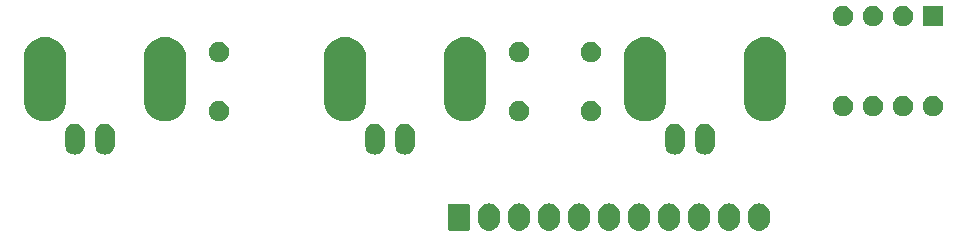
<source format=gbr>
G04 #@! TF.GenerationSoftware,KiCad,Pcbnew,5.1.5+dfsg1-2build2*
G04 #@! TF.CreationDate,2021-08-15T19:23:22-05:00*
G04 #@! TF.ProjectId,interlogix-rgb-mod,696e7465-726c-46f6-9769-782d7267622d,rev?*
G04 #@! TF.SameCoordinates,Original*
G04 #@! TF.FileFunction,Soldermask,Top*
G04 #@! TF.FilePolarity,Negative*
%FSLAX46Y46*%
G04 Gerber Fmt 4.6, Leading zero omitted, Abs format (unit mm)*
G04 Created by KiCad (PCBNEW 5.1.5+dfsg1-2build2) date 2021-08-15 19:23:22*
%MOMM*%
%LPD*%
G04 APERTURE LIST*
%ADD10C,0.100000*%
G04 APERTURE END LIST*
D10*
G36*
X86540547Y-81158326D02*
G01*
X86714156Y-81210990D01*
X86714158Y-81210991D01*
X86874155Y-81296511D01*
X87014397Y-81411603D01*
X87093729Y-81508271D01*
X87129489Y-81551844D01*
X87215010Y-81711843D01*
X87267674Y-81885452D01*
X87281000Y-82020756D01*
X87281000Y-82571243D01*
X87267674Y-82706548D01*
X87215010Y-82880157D01*
X87129489Y-83040156D01*
X87093729Y-83083729D01*
X87014397Y-83180397D01*
X86917729Y-83259729D01*
X86874156Y-83295489D01*
X86714157Y-83381010D01*
X86540548Y-83433674D01*
X86360000Y-83451456D01*
X86179453Y-83433674D01*
X86005844Y-83381010D01*
X85845845Y-83295489D01*
X85802272Y-83259729D01*
X85705604Y-83180397D01*
X85590513Y-83040157D01*
X85590512Y-83040155D01*
X85504990Y-82880157D01*
X85452326Y-82706548D01*
X85439000Y-82571244D01*
X85439000Y-82020757D01*
X85452326Y-81885453D01*
X85504990Y-81711844D01*
X85590511Y-81551845D01*
X85590512Y-81551844D01*
X85705603Y-81411603D01*
X85831388Y-81308375D01*
X85845844Y-81296511D01*
X86005843Y-81210990D01*
X86179452Y-81158326D01*
X86360000Y-81140544D01*
X86540547Y-81158326D01*
G37*
G36*
X89080547Y-81158326D02*
G01*
X89254156Y-81210990D01*
X89254158Y-81210991D01*
X89414155Y-81296511D01*
X89554397Y-81411603D01*
X89633729Y-81508271D01*
X89669489Y-81551844D01*
X89755010Y-81711843D01*
X89807674Y-81885452D01*
X89821000Y-82020756D01*
X89821000Y-82571243D01*
X89807674Y-82706548D01*
X89755010Y-82880157D01*
X89669489Y-83040156D01*
X89633729Y-83083729D01*
X89554397Y-83180397D01*
X89457729Y-83259729D01*
X89414156Y-83295489D01*
X89254157Y-83381010D01*
X89080548Y-83433674D01*
X88900000Y-83451456D01*
X88719453Y-83433674D01*
X88545844Y-83381010D01*
X88385845Y-83295489D01*
X88342272Y-83259729D01*
X88245604Y-83180397D01*
X88130513Y-83040157D01*
X88130512Y-83040155D01*
X88044990Y-82880157D01*
X87992326Y-82706548D01*
X87979000Y-82571244D01*
X87979000Y-82020757D01*
X87992326Y-81885453D01*
X88044990Y-81711844D01*
X88130511Y-81551845D01*
X88130512Y-81551844D01*
X88245603Y-81411603D01*
X88371388Y-81308375D01*
X88385844Y-81296511D01*
X88545843Y-81210990D01*
X88719452Y-81158326D01*
X88900000Y-81140544D01*
X89080547Y-81158326D01*
G37*
G36*
X109400547Y-81158326D02*
G01*
X109574156Y-81210990D01*
X109574158Y-81210991D01*
X109734155Y-81296511D01*
X109874397Y-81411603D01*
X109953729Y-81508271D01*
X109989489Y-81551844D01*
X110075010Y-81711843D01*
X110127674Y-81885452D01*
X110141000Y-82020756D01*
X110141000Y-82571243D01*
X110127674Y-82706548D01*
X110075010Y-82880157D01*
X109989489Y-83040156D01*
X109953729Y-83083729D01*
X109874397Y-83180397D01*
X109777729Y-83259729D01*
X109734156Y-83295489D01*
X109574157Y-83381010D01*
X109400548Y-83433674D01*
X109220000Y-83451456D01*
X109039453Y-83433674D01*
X108865844Y-83381010D01*
X108705845Y-83295489D01*
X108662272Y-83259729D01*
X108565604Y-83180397D01*
X108450513Y-83040157D01*
X108450512Y-83040155D01*
X108364990Y-82880157D01*
X108312326Y-82706548D01*
X108299000Y-82571244D01*
X108299000Y-82020757D01*
X108312326Y-81885453D01*
X108364990Y-81711844D01*
X108450511Y-81551845D01*
X108450512Y-81551844D01*
X108565603Y-81411603D01*
X108691388Y-81308375D01*
X108705844Y-81296511D01*
X108865843Y-81210990D01*
X109039452Y-81158326D01*
X109220000Y-81140544D01*
X109400547Y-81158326D01*
G37*
G36*
X106860547Y-81158326D02*
G01*
X107034156Y-81210990D01*
X107034158Y-81210991D01*
X107194155Y-81296511D01*
X107334397Y-81411603D01*
X107413729Y-81508271D01*
X107449489Y-81551844D01*
X107535010Y-81711843D01*
X107587674Y-81885452D01*
X107601000Y-82020756D01*
X107601000Y-82571243D01*
X107587674Y-82706548D01*
X107535010Y-82880157D01*
X107449489Y-83040156D01*
X107413729Y-83083729D01*
X107334397Y-83180397D01*
X107237729Y-83259729D01*
X107194156Y-83295489D01*
X107034157Y-83381010D01*
X106860548Y-83433674D01*
X106680000Y-83451456D01*
X106499453Y-83433674D01*
X106325844Y-83381010D01*
X106165845Y-83295489D01*
X106122272Y-83259729D01*
X106025604Y-83180397D01*
X105910513Y-83040157D01*
X105910512Y-83040155D01*
X105824990Y-82880157D01*
X105772326Y-82706548D01*
X105759000Y-82571244D01*
X105759000Y-82020757D01*
X105772326Y-81885453D01*
X105824990Y-81711844D01*
X105910511Y-81551845D01*
X105910512Y-81551844D01*
X106025603Y-81411603D01*
X106151388Y-81308375D01*
X106165844Y-81296511D01*
X106325843Y-81210990D01*
X106499452Y-81158326D01*
X106680000Y-81140544D01*
X106860547Y-81158326D01*
G37*
G36*
X104320547Y-81158326D02*
G01*
X104494156Y-81210990D01*
X104494158Y-81210991D01*
X104654155Y-81296511D01*
X104794397Y-81411603D01*
X104873729Y-81508271D01*
X104909489Y-81551844D01*
X104995010Y-81711843D01*
X105047674Y-81885452D01*
X105061000Y-82020756D01*
X105061000Y-82571243D01*
X105047674Y-82706548D01*
X104995010Y-82880157D01*
X104909489Y-83040156D01*
X104873729Y-83083729D01*
X104794397Y-83180397D01*
X104697729Y-83259729D01*
X104654156Y-83295489D01*
X104494157Y-83381010D01*
X104320548Y-83433674D01*
X104140000Y-83451456D01*
X103959453Y-83433674D01*
X103785844Y-83381010D01*
X103625845Y-83295489D01*
X103582272Y-83259729D01*
X103485604Y-83180397D01*
X103370513Y-83040157D01*
X103370512Y-83040155D01*
X103284990Y-82880157D01*
X103232326Y-82706548D01*
X103219000Y-82571244D01*
X103219000Y-82020757D01*
X103232326Y-81885453D01*
X103284990Y-81711844D01*
X103370511Y-81551845D01*
X103370512Y-81551844D01*
X103485603Y-81411603D01*
X103611388Y-81308375D01*
X103625844Y-81296511D01*
X103785843Y-81210990D01*
X103959452Y-81158326D01*
X104140000Y-81140544D01*
X104320547Y-81158326D01*
G37*
G36*
X101780547Y-81158326D02*
G01*
X101954156Y-81210990D01*
X101954158Y-81210991D01*
X102114155Y-81296511D01*
X102254397Y-81411603D01*
X102333729Y-81508271D01*
X102369489Y-81551844D01*
X102455010Y-81711843D01*
X102507674Y-81885452D01*
X102521000Y-82020756D01*
X102521000Y-82571243D01*
X102507674Y-82706548D01*
X102455010Y-82880157D01*
X102369489Y-83040156D01*
X102333729Y-83083729D01*
X102254397Y-83180397D01*
X102157729Y-83259729D01*
X102114156Y-83295489D01*
X101954157Y-83381010D01*
X101780548Y-83433674D01*
X101600000Y-83451456D01*
X101419453Y-83433674D01*
X101245844Y-83381010D01*
X101085845Y-83295489D01*
X101042272Y-83259729D01*
X100945604Y-83180397D01*
X100830513Y-83040157D01*
X100830512Y-83040155D01*
X100744990Y-82880157D01*
X100692326Y-82706548D01*
X100679000Y-82571244D01*
X100679000Y-82020757D01*
X100692326Y-81885453D01*
X100744990Y-81711844D01*
X100830511Y-81551845D01*
X100830512Y-81551844D01*
X100945603Y-81411603D01*
X101071388Y-81308375D01*
X101085844Y-81296511D01*
X101245843Y-81210990D01*
X101419452Y-81158326D01*
X101600000Y-81140544D01*
X101780547Y-81158326D01*
G37*
G36*
X99240547Y-81158326D02*
G01*
X99414156Y-81210990D01*
X99414158Y-81210991D01*
X99574155Y-81296511D01*
X99714397Y-81411603D01*
X99793729Y-81508271D01*
X99829489Y-81551844D01*
X99915010Y-81711843D01*
X99967674Y-81885452D01*
X99981000Y-82020756D01*
X99981000Y-82571243D01*
X99967674Y-82706548D01*
X99915010Y-82880157D01*
X99829489Y-83040156D01*
X99793729Y-83083729D01*
X99714397Y-83180397D01*
X99617729Y-83259729D01*
X99574156Y-83295489D01*
X99414157Y-83381010D01*
X99240548Y-83433674D01*
X99060000Y-83451456D01*
X98879453Y-83433674D01*
X98705844Y-83381010D01*
X98545845Y-83295489D01*
X98502272Y-83259729D01*
X98405604Y-83180397D01*
X98290513Y-83040157D01*
X98290512Y-83040155D01*
X98204990Y-82880157D01*
X98152326Y-82706548D01*
X98139000Y-82571244D01*
X98139000Y-82020757D01*
X98152326Y-81885453D01*
X98204990Y-81711844D01*
X98290511Y-81551845D01*
X98290512Y-81551844D01*
X98405603Y-81411603D01*
X98531388Y-81308375D01*
X98545844Y-81296511D01*
X98705843Y-81210990D01*
X98879452Y-81158326D01*
X99060000Y-81140544D01*
X99240547Y-81158326D01*
G37*
G36*
X96700547Y-81158326D02*
G01*
X96874156Y-81210990D01*
X96874158Y-81210991D01*
X97034155Y-81296511D01*
X97174397Y-81411603D01*
X97253729Y-81508271D01*
X97289489Y-81551844D01*
X97375010Y-81711843D01*
X97427674Y-81885452D01*
X97441000Y-82020756D01*
X97441000Y-82571243D01*
X97427674Y-82706548D01*
X97375010Y-82880157D01*
X97289489Y-83040156D01*
X97253729Y-83083729D01*
X97174397Y-83180397D01*
X97077729Y-83259729D01*
X97034156Y-83295489D01*
X96874157Y-83381010D01*
X96700548Y-83433674D01*
X96520000Y-83451456D01*
X96339453Y-83433674D01*
X96165844Y-83381010D01*
X96005845Y-83295489D01*
X95962272Y-83259729D01*
X95865604Y-83180397D01*
X95750513Y-83040157D01*
X95750512Y-83040155D01*
X95664990Y-82880157D01*
X95612326Y-82706548D01*
X95599000Y-82571244D01*
X95599000Y-82020757D01*
X95612326Y-81885453D01*
X95664990Y-81711844D01*
X95750511Y-81551845D01*
X95750512Y-81551844D01*
X95865603Y-81411603D01*
X95991388Y-81308375D01*
X96005844Y-81296511D01*
X96165843Y-81210990D01*
X96339452Y-81158326D01*
X96520000Y-81140544D01*
X96700547Y-81158326D01*
G37*
G36*
X94160547Y-81158326D02*
G01*
X94334156Y-81210990D01*
X94334158Y-81210991D01*
X94494155Y-81296511D01*
X94634397Y-81411603D01*
X94713729Y-81508271D01*
X94749489Y-81551844D01*
X94835010Y-81711843D01*
X94887674Y-81885452D01*
X94901000Y-82020756D01*
X94901000Y-82571243D01*
X94887674Y-82706548D01*
X94835010Y-82880157D01*
X94749489Y-83040156D01*
X94713729Y-83083729D01*
X94634397Y-83180397D01*
X94537729Y-83259729D01*
X94494156Y-83295489D01*
X94334157Y-83381010D01*
X94160548Y-83433674D01*
X93980000Y-83451456D01*
X93799453Y-83433674D01*
X93625844Y-83381010D01*
X93465845Y-83295489D01*
X93422272Y-83259729D01*
X93325604Y-83180397D01*
X93210513Y-83040157D01*
X93210512Y-83040155D01*
X93124990Y-82880157D01*
X93072326Y-82706548D01*
X93059000Y-82571244D01*
X93059000Y-82020757D01*
X93072326Y-81885453D01*
X93124990Y-81711844D01*
X93210511Y-81551845D01*
X93210512Y-81551844D01*
X93325603Y-81411603D01*
X93451388Y-81308375D01*
X93465844Y-81296511D01*
X93625843Y-81210990D01*
X93799452Y-81158326D01*
X93980000Y-81140544D01*
X94160547Y-81158326D01*
G37*
G36*
X91620547Y-81158326D02*
G01*
X91794156Y-81210990D01*
X91794158Y-81210991D01*
X91954155Y-81296511D01*
X92094397Y-81411603D01*
X92173729Y-81508271D01*
X92209489Y-81551844D01*
X92295010Y-81711843D01*
X92347674Y-81885452D01*
X92361000Y-82020756D01*
X92361000Y-82571243D01*
X92347674Y-82706548D01*
X92295010Y-82880157D01*
X92209489Y-83040156D01*
X92173729Y-83083729D01*
X92094397Y-83180397D01*
X91997729Y-83259729D01*
X91954156Y-83295489D01*
X91794157Y-83381010D01*
X91620548Y-83433674D01*
X91440000Y-83451456D01*
X91259453Y-83433674D01*
X91085844Y-83381010D01*
X90925845Y-83295489D01*
X90882272Y-83259729D01*
X90785604Y-83180397D01*
X90670513Y-83040157D01*
X90670512Y-83040155D01*
X90584990Y-82880157D01*
X90532326Y-82706548D01*
X90519000Y-82571244D01*
X90519000Y-82020757D01*
X90532326Y-81885453D01*
X90584990Y-81711844D01*
X90670511Y-81551845D01*
X90670512Y-81551844D01*
X90785603Y-81411603D01*
X90911388Y-81308375D01*
X90925844Y-81296511D01*
X91085843Y-81210990D01*
X91259452Y-81158326D01*
X91440000Y-81140544D01*
X91620547Y-81158326D01*
G37*
G36*
X84599561Y-81148966D02*
G01*
X84632383Y-81158923D01*
X84662632Y-81175092D01*
X84689148Y-81196852D01*
X84710908Y-81223368D01*
X84727077Y-81253617D01*
X84737034Y-81286439D01*
X84741000Y-81326713D01*
X84741000Y-83265287D01*
X84737034Y-83305561D01*
X84727077Y-83338383D01*
X84710908Y-83368632D01*
X84689148Y-83395148D01*
X84662632Y-83416908D01*
X84632383Y-83433077D01*
X84599561Y-83443034D01*
X84559287Y-83447000D01*
X83080713Y-83447000D01*
X83040439Y-83443034D01*
X83007617Y-83433077D01*
X82977368Y-83416908D01*
X82950852Y-83395148D01*
X82929092Y-83368632D01*
X82912923Y-83338383D01*
X82902966Y-83305561D01*
X82899000Y-83265287D01*
X82899000Y-81326713D01*
X82902966Y-81286439D01*
X82912923Y-81253617D01*
X82929092Y-81223368D01*
X82950852Y-81196852D01*
X82977368Y-81175092D01*
X83007617Y-81158923D01*
X83040439Y-81148966D01*
X83080713Y-81145000D01*
X84559287Y-81145000D01*
X84599561Y-81148966D01*
G37*
G36*
X76874822Y-74403313D02*
G01*
X77035241Y-74451976D01*
X77183077Y-74530995D01*
X77312659Y-74637341D01*
X77419004Y-74766922D01*
X77419005Y-74766924D01*
X77498024Y-74914758D01*
X77546687Y-75075177D01*
X77559000Y-75200196D01*
X77559000Y-76183803D01*
X77546687Y-76308823D01*
X77498024Y-76469242D01*
X77427114Y-76601906D01*
X77419004Y-76617078D01*
X77312659Y-76746659D01*
X77183078Y-76853004D01*
X77183076Y-76853005D01*
X77035242Y-76932024D01*
X76874823Y-76980687D01*
X76708000Y-76997117D01*
X76541178Y-76980687D01*
X76380759Y-76932024D01*
X76232925Y-76853005D01*
X76232923Y-76853004D01*
X76103342Y-76746659D01*
X75996997Y-76617078D01*
X75988887Y-76601906D01*
X75917977Y-76469242D01*
X75869314Y-76308823D01*
X75857000Y-76183803D01*
X75857000Y-75200197D01*
X75869313Y-75075178D01*
X75917976Y-74914759D01*
X75996995Y-74766923D01*
X76103341Y-74637341D01*
X76232922Y-74530996D01*
X76248094Y-74522886D01*
X76380758Y-74451976D01*
X76541177Y-74403313D01*
X76708000Y-74386883D01*
X76874822Y-74403313D01*
G37*
G36*
X51474822Y-74403313D02*
G01*
X51635241Y-74451976D01*
X51783077Y-74530995D01*
X51912659Y-74637341D01*
X52019004Y-74766922D01*
X52019005Y-74766924D01*
X52098024Y-74914758D01*
X52146687Y-75075177D01*
X52159000Y-75200196D01*
X52159000Y-76183803D01*
X52146687Y-76308823D01*
X52098024Y-76469242D01*
X52027114Y-76601906D01*
X52019004Y-76617078D01*
X51912659Y-76746659D01*
X51783078Y-76853004D01*
X51783076Y-76853005D01*
X51635242Y-76932024D01*
X51474823Y-76980687D01*
X51308000Y-76997117D01*
X51141178Y-76980687D01*
X50980759Y-76932024D01*
X50832925Y-76853005D01*
X50832923Y-76853004D01*
X50703342Y-76746659D01*
X50596997Y-76617078D01*
X50588887Y-76601906D01*
X50517977Y-76469242D01*
X50469314Y-76308823D01*
X50457000Y-76183803D01*
X50457000Y-75200197D01*
X50469313Y-75075178D01*
X50517976Y-74914759D01*
X50596995Y-74766923D01*
X50703341Y-74637341D01*
X50832922Y-74530996D01*
X50848094Y-74522886D01*
X50980758Y-74451976D01*
X51141177Y-74403313D01*
X51308000Y-74386883D01*
X51474822Y-74403313D01*
G37*
G36*
X54014822Y-74403313D02*
G01*
X54175241Y-74451976D01*
X54323077Y-74530995D01*
X54452659Y-74637341D01*
X54559004Y-74766922D01*
X54559005Y-74766924D01*
X54638024Y-74914758D01*
X54686687Y-75075177D01*
X54699000Y-75200196D01*
X54699000Y-76183803D01*
X54686687Y-76308823D01*
X54638024Y-76469242D01*
X54567114Y-76601906D01*
X54559004Y-76617078D01*
X54452659Y-76746659D01*
X54323078Y-76853004D01*
X54323076Y-76853005D01*
X54175242Y-76932024D01*
X54014823Y-76980687D01*
X53848000Y-76997117D01*
X53681178Y-76980687D01*
X53520759Y-76932024D01*
X53372925Y-76853005D01*
X53372923Y-76853004D01*
X53243342Y-76746659D01*
X53136997Y-76617078D01*
X53128887Y-76601906D01*
X53057977Y-76469242D01*
X53009314Y-76308823D01*
X52997000Y-76183803D01*
X52997000Y-75200197D01*
X53009313Y-75075178D01*
X53057976Y-74914759D01*
X53136995Y-74766923D01*
X53243341Y-74637341D01*
X53372922Y-74530996D01*
X53388094Y-74522886D01*
X53520758Y-74451976D01*
X53681177Y-74403313D01*
X53848000Y-74386883D01*
X54014822Y-74403313D01*
G37*
G36*
X79414822Y-74403313D02*
G01*
X79575241Y-74451976D01*
X79723077Y-74530995D01*
X79852659Y-74637341D01*
X79959004Y-74766922D01*
X79959005Y-74766924D01*
X80038024Y-74914758D01*
X80086687Y-75075177D01*
X80099000Y-75200196D01*
X80099000Y-76183803D01*
X80086687Y-76308823D01*
X80038024Y-76469242D01*
X79967114Y-76601906D01*
X79959004Y-76617078D01*
X79852659Y-76746659D01*
X79723078Y-76853004D01*
X79723076Y-76853005D01*
X79575242Y-76932024D01*
X79414823Y-76980687D01*
X79248000Y-76997117D01*
X79081178Y-76980687D01*
X78920759Y-76932024D01*
X78772925Y-76853005D01*
X78772923Y-76853004D01*
X78643342Y-76746659D01*
X78536997Y-76617078D01*
X78528887Y-76601906D01*
X78457977Y-76469242D01*
X78409314Y-76308823D01*
X78397000Y-76183803D01*
X78397000Y-75200197D01*
X78409313Y-75075178D01*
X78457976Y-74914759D01*
X78536995Y-74766923D01*
X78643341Y-74637341D01*
X78772922Y-74530996D01*
X78788094Y-74522886D01*
X78920758Y-74451976D01*
X79081177Y-74403313D01*
X79248000Y-74386883D01*
X79414822Y-74403313D01*
G37*
G36*
X102274822Y-74403313D02*
G01*
X102435241Y-74451976D01*
X102583077Y-74530995D01*
X102712659Y-74637341D01*
X102819004Y-74766922D01*
X102819005Y-74766924D01*
X102898024Y-74914758D01*
X102946687Y-75075177D01*
X102959000Y-75200196D01*
X102959000Y-76183803D01*
X102946687Y-76308823D01*
X102898024Y-76469242D01*
X102827114Y-76601906D01*
X102819004Y-76617078D01*
X102712659Y-76746659D01*
X102583078Y-76853004D01*
X102583076Y-76853005D01*
X102435242Y-76932024D01*
X102274823Y-76980687D01*
X102108000Y-76997117D01*
X101941178Y-76980687D01*
X101780759Y-76932024D01*
X101632925Y-76853005D01*
X101632923Y-76853004D01*
X101503342Y-76746659D01*
X101396997Y-76617078D01*
X101388887Y-76601906D01*
X101317977Y-76469242D01*
X101269314Y-76308823D01*
X101257000Y-76183803D01*
X101257000Y-75200197D01*
X101269313Y-75075178D01*
X101317976Y-74914759D01*
X101396995Y-74766923D01*
X101503341Y-74637341D01*
X101632922Y-74530996D01*
X101648094Y-74522886D01*
X101780758Y-74451976D01*
X101941177Y-74403313D01*
X102108000Y-74386883D01*
X102274822Y-74403313D01*
G37*
G36*
X104814822Y-74403313D02*
G01*
X104975241Y-74451976D01*
X105123077Y-74530995D01*
X105252659Y-74637341D01*
X105359004Y-74766922D01*
X105359005Y-74766924D01*
X105438024Y-74914758D01*
X105486687Y-75075177D01*
X105499000Y-75200196D01*
X105499000Y-76183803D01*
X105486687Y-76308823D01*
X105438024Y-76469242D01*
X105367114Y-76601906D01*
X105359004Y-76617078D01*
X105252659Y-76746659D01*
X105123078Y-76853004D01*
X105123076Y-76853005D01*
X104975242Y-76932024D01*
X104814823Y-76980687D01*
X104648000Y-76997117D01*
X104481178Y-76980687D01*
X104320759Y-76932024D01*
X104172925Y-76853005D01*
X104172923Y-76853004D01*
X104043342Y-76746659D01*
X103936997Y-76617078D01*
X103928887Y-76601906D01*
X103857977Y-76469242D01*
X103809314Y-76308823D01*
X103797000Y-76183803D01*
X103797000Y-75200197D01*
X103809313Y-75075178D01*
X103857976Y-74914759D01*
X103936995Y-74766923D01*
X104043341Y-74637341D01*
X104172922Y-74530996D01*
X104188094Y-74522886D01*
X104320758Y-74451976D01*
X104481177Y-74403313D01*
X104648000Y-74386883D01*
X104814822Y-74403313D01*
G37*
G36*
X89148228Y-72507703D02*
G01*
X89303100Y-72571853D01*
X89442481Y-72664985D01*
X89561015Y-72783519D01*
X89654147Y-72922900D01*
X89718297Y-73077772D01*
X89751000Y-73242184D01*
X89751000Y-73409816D01*
X89718297Y-73574228D01*
X89654147Y-73729100D01*
X89561015Y-73868481D01*
X89442481Y-73987015D01*
X89303100Y-74080147D01*
X89148228Y-74144297D01*
X88983816Y-74177000D01*
X88816184Y-74177000D01*
X88651772Y-74144297D01*
X88496900Y-74080147D01*
X88357519Y-73987015D01*
X88238985Y-73868481D01*
X88145853Y-73729100D01*
X88081703Y-73574228D01*
X88049000Y-73409816D01*
X88049000Y-73242184D01*
X88081703Y-73077772D01*
X88145853Y-72922900D01*
X88238985Y-72783519D01*
X88357519Y-72664985D01*
X88496900Y-72571853D01*
X88651772Y-72507703D01*
X88816184Y-72475000D01*
X88983816Y-72475000D01*
X89148228Y-72507703D01*
G37*
G36*
X95244228Y-72507703D02*
G01*
X95399100Y-72571853D01*
X95538481Y-72664985D01*
X95657015Y-72783519D01*
X95750147Y-72922900D01*
X95814297Y-73077772D01*
X95847000Y-73242184D01*
X95847000Y-73409816D01*
X95814297Y-73574228D01*
X95750147Y-73729100D01*
X95657015Y-73868481D01*
X95538481Y-73987015D01*
X95399100Y-74080147D01*
X95244228Y-74144297D01*
X95079816Y-74177000D01*
X94912184Y-74177000D01*
X94747772Y-74144297D01*
X94592900Y-74080147D01*
X94453519Y-73987015D01*
X94334985Y-73868481D01*
X94241853Y-73729100D01*
X94177703Y-73574228D01*
X94145000Y-73409816D01*
X94145000Y-73242184D01*
X94177703Y-73077772D01*
X94241853Y-72922900D01*
X94334985Y-72783519D01*
X94453519Y-72664985D01*
X94592900Y-72571853D01*
X94747772Y-72507703D01*
X94912184Y-72475000D01*
X95079816Y-72475000D01*
X95244228Y-72507703D01*
G37*
G36*
X63748228Y-72507703D02*
G01*
X63903100Y-72571853D01*
X64042481Y-72664985D01*
X64161015Y-72783519D01*
X64254147Y-72922900D01*
X64318297Y-73077772D01*
X64351000Y-73242184D01*
X64351000Y-73409816D01*
X64318297Y-73574228D01*
X64254147Y-73729100D01*
X64161015Y-73868481D01*
X64042481Y-73987015D01*
X63903100Y-74080147D01*
X63748228Y-74144297D01*
X63583816Y-74177000D01*
X63416184Y-74177000D01*
X63251772Y-74144297D01*
X63096900Y-74080147D01*
X62957519Y-73987015D01*
X62838985Y-73868481D01*
X62745853Y-73729100D01*
X62681703Y-73574228D01*
X62649000Y-73409816D01*
X62649000Y-73242184D01*
X62681703Y-73077772D01*
X62745853Y-72922900D01*
X62838985Y-72783519D01*
X62957519Y-72664985D01*
X63096900Y-72571853D01*
X63251772Y-72507703D01*
X63416184Y-72475000D01*
X63583816Y-72475000D01*
X63748228Y-72507703D01*
G37*
G36*
X99921057Y-67087059D02*
G01*
X100260547Y-67190042D01*
X100260549Y-67190043D01*
X100573423Y-67357277D01*
X100847661Y-67582339D01*
X101072723Y-67856578D01*
X101190953Y-68077771D01*
X101239958Y-68169452D01*
X101342941Y-68508942D01*
X101369000Y-68773525D01*
X101369000Y-72450475D01*
X101342941Y-72715058D01*
X101279892Y-72922903D01*
X101239957Y-73054550D01*
X101072723Y-73367422D01*
X100847661Y-73641661D01*
X100573422Y-73866723D01*
X100348372Y-73987015D01*
X100260548Y-74033958D01*
X99921058Y-74136941D01*
X99568000Y-74171714D01*
X99214943Y-74136941D01*
X98875453Y-74033958D01*
X98787629Y-73987015D01*
X98562579Y-73866723D01*
X98288340Y-73641661D01*
X98063278Y-73367422D01*
X97896044Y-73054550D01*
X97856109Y-72922903D01*
X97793060Y-72715058D01*
X97767001Y-72450475D01*
X97767000Y-68773526D01*
X97793059Y-68508943D01*
X97896042Y-68169453D01*
X97896044Y-68169450D01*
X98063277Y-67856577D01*
X98288339Y-67582339D01*
X98562578Y-67357277D01*
X98875450Y-67190043D01*
X98875452Y-67190042D01*
X99214942Y-67087059D01*
X99568000Y-67052286D01*
X99921057Y-67087059D01*
G37*
G36*
X49121057Y-67087059D02*
G01*
X49460547Y-67190042D01*
X49460549Y-67190043D01*
X49773423Y-67357277D01*
X50047661Y-67582339D01*
X50272723Y-67856578D01*
X50390953Y-68077771D01*
X50439958Y-68169452D01*
X50542941Y-68508942D01*
X50569000Y-68773525D01*
X50569000Y-72450475D01*
X50542941Y-72715058D01*
X50479892Y-72922903D01*
X50439957Y-73054550D01*
X50272723Y-73367422D01*
X50047661Y-73641661D01*
X49773422Y-73866723D01*
X49548372Y-73987015D01*
X49460548Y-74033958D01*
X49121058Y-74136941D01*
X48768000Y-74171714D01*
X48414943Y-74136941D01*
X48075453Y-74033958D01*
X47987629Y-73987015D01*
X47762579Y-73866723D01*
X47488340Y-73641661D01*
X47263278Y-73367422D01*
X47096044Y-73054550D01*
X47056109Y-72922903D01*
X46993060Y-72715058D01*
X46967001Y-72450475D01*
X46967000Y-68773526D01*
X46993059Y-68508943D01*
X47096042Y-68169453D01*
X47096044Y-68169450D01*
X47263277Y-67856577D01*
X47488339Y-67582339D01*
X47762578Y-67357277D01*
X48075450Y-67190043D01*
X48075452Y-67190042D01*
X48414942Y-67087059D01*
X48768000Y-67052286D01*
X49121057Y-67087059D01*
G37*
G36*
X59281057Y-67087059D02*
G01*
X59620547Y-67190042D01*
X59620549Y-67190043D01*
X59933423Y-67357277D01*
X60207661Y-67582339D01*
X60432723Y-67856578D01*
X60550953Y-68077771D01*
X60599958Y-68169452D01*
X60702941Y-68508942D01*
X60729000Y-68773525D01*
X60729000Y-72450475D01*
X60702941Y-72715058D01*
X60639892Y-72922903D01*
X60599957Y-73054550D01*
X60432723Y-73367422D01*
X60207661Y-73641661D01*
X59933422Y-73866723D01*
X59708372Y-73987015D01*
X59620548Y-74033958D01*
X59281058Y-74136941D01*
X58928000Y-74171714D01*
X58574943Y-74136941D01*
X58235453Y-74033958D01*
X58147629Y-73987015D01*
X57922579Y-73866723D01*
X57648340Y-73641661D01*
X57423278Y-73367422D01*
X57256044Y-73054550D01*
X57216109Y-72922903D01*
X57153060Y-72715058D01*
X57127001Y-72450475D01*
X57127000Y-68773526D01*
X57153059Y-68508943D01*
X57256042Y-68169453D01*
X57256044Y-68169450D01*
X57423277Y-67856577D01*
X57648339Y-67582339D01*
X57922578Y-67357277D01*
X58235450Y-67190043D01*
X58235452Y-67190042D01*
X58574942Y-67087059D01*
X58928000Y-67052286D01*
X59281057Y-67087059D01*
G37*
G36*
X74521057Y-67087059D02*
G01*
X74860547Y-67190042D01*
X74860549Y-67190043D01*
X75173423Y-67357277D01*
X75447661Y-67582339D01*
X75672723Y-67856578D01*
X75790953Y-68077771D01*
X75839958Y-68169452D01*
X75942941Y-68508942D01*
X75969000Y-68773525D01*
X75969000Y-72450475D01*
X75942941Y-72715058D01*
X75879892Y-72922903D01*
X75839957Y-73054550D01*
X75672723Y-73367422D01*
X75447661Y-73641661D01*
X75173422Y-73866723D01*
X74948372Y-73987015D01*
X74860548Y-74033958D01*
X74521058Y-74136941D01*
X74168000Y-74171714D01*
X73814943Y-74136941D01*
X73475453Y-74033958D01*
X73387629Y-73987015D01*
X73162579Y-73866723D01*
X72888340Y-73641661D01*
X72663278Y-73367422D01*
X72496044Y-73054550D01*
X72456109Y-72922903D01*
X72393060Y-72715058D01*
X72367001Y-72450475D01*
X72367000Y-68773526D01*
X72393059Y-68508943D01*
X72496042Y-68169453D01*
X72496044Y-68169450D01*
X72663277Y-67856577D01*
X72888339Y-67582339D01*
X73162578Y-67357277D01*
X73475450Y-67190043D01*
X73475452Y-67190042D01*
X73814942Y-67087059D01*
X74168000Y-67052286D01*
X74521057Y-67087059D01*
G37*
G36*
X84681057Y-67087059D02*
G01*
X85020547Y-67190042D01*
X85020549Y-67190043D01*
X85333423Y-67357277D01*
X85607661Y-67582339D01*
X85832723Y-67856578D01*
X85950953Y-68077771D01*
X85999958Y-68169452D01*
X86102941Y-68508942D01*
X86129000Y-68773525D01*
X86129000Y-72450475D01*
X86102941Y-72715058D01*
X86039892Y-72922903D01*
X85999957Y-73054550D01*
X85832723Y-73367422D01*
X85607661Y-73641661D01*
X85333422Y-73866723D01*
X85108372Y-73987015D01*
X85020548Y-74033958D01*
X84681058Y-74136941D01*
X84328000Y-74171714D01*
X83974943Y-74136941D01*
X83635453Y-74033958D01*
X83547629Y-73987015D01*
X83322579Y-73866723D01*
X83048340Y-73641661D01*
X82823278Y-73367422D01*
X82656044Y-73054550D01*
X82616109Y-72922903D01*
X82553060Y-72715058D01*
X82527001Y-72450475D01*
X82527000Y-68773526D01*
X82553059Y-68508943D01*
X82656042Y-68169453D01*
X82656044Y-68169450D01*
X82823277Y-67856577D01*
X83048339Y-67582339D01*
X83322578Y-67357277D01*
X83635450Y-67190043D01*
X83635452Y-67190042D01*
X83974942Y-67087059D01*
X84328000Y-67052286D01*
X84681057Y-67087059D01*
G37*
G36*
X110081057Y-67087059D02*
G01*
X110420547Y-67190042D01*
X110420549Y-67190043D01*
X110733423Y-67357277D01*
X111007661Y-67582339D01*
X111232723Y-67856578D01*
X111350953Y-68077771D01*
X111399958Y-68169452D01*
X111502941Y-68508942D01*
X111529000Y-68773525D01*
X111529000Y-72450475D01*
X111502941Y-72715058D01*
X111439892Y-72922903D01*
X111399957Y-73054550D01*
X111232723Y-73367422D01*
X111007661Y-73641661D01*
X110733422Y-73866723D01*
X110508372Y-73987015D01*
X110420548Y-74033958D01*
X110081058Y-74136941D01*
X109728000Y-74171714D01*
X109374943Y-74136941D01*
X109035453Y-74033958D01*
X108947629Y-73987015D01*
X108722579Y-73866723D01*
X108448340Y-73641661D01*
X108223278Y-73367422D01*
X108056044Y-73054550D01*
X108016109Y-72922903D01*
X107953060Y-72715058D01*
X107927001Y-72450475D01*
X107927000Y-68773526D01*
X107953059Y-68508943D01*
X108056042Y-68169453D01*
X108056044Y-68169450D01*
X108223277Y-67856577D01*
X108448339Y-67582339D01*
X108722578Y-67357277D01*
X109035450Y-67190043D01*
X109035452Y-67190042D01*
X109374942Y-67087059D01*
X109728000Y-67052286D01*
X110081057Y-67087059D01*
G37*
G36*
X119120228Y-72079703D02*
G01*
X119275100Y-72143853D01*
X119414481Y-72236985D01*
X119533015Y-72355519D01*
X119626147Y-72494900D01*
X119690297Y-72649772D01*
X119723000Y-72814184D01*
X119723000Y-72981816D01*
X119690297Y-73146228D01*
X119626147Y-73301100D01*
X119533015Y-73440481D01*
X119414481Y-73559015D01*
X119275100Y-73652147D01*
X119120228Y-73716297D01*
X118955816Y-73749000D01*
X118788184Y-73749000D01*
X118623772Y-73716297D01*
X118468900Y-73652147D01*
X118329519Y-73559015D01*
X118210985Y-73440481D01*
X118117853Y-73301100D01*
X118053703Y-73146228D01*
X118021000Y-72981816D01*
X118021000Y-72814184D01*
X118053703Y-72649772D01*
X118117853Y-72494900D01*
X118210985Y-72355519D01*
X118329519Y-72236985D01*
X118468900Y-72143853D01*
X118623772Y-72079703D01*
X118788184Y-72047000D01*
X118955816Y-72047000D01*
X119120228Y-72079703D01*
G37*
G36*
X121660228Y-72079703D02*
G01*
X121815100Y-72143853D01*
X121954481Y-72236985D01*
X122073015Y-72355519D01*
X122166147Y-72494900D01*
X122230297Y-72649772D01*
X122263000Y-72814184D01*
X122263000Y-72981816D01*
X122230297Y-73146228D01*
X122166147Y-73301100D01*
X122073015Y-73440481D01*
X121954481Y-73559015D01*
X121815100Y-73652147D01*
X121660228Y-73716297D01*
X121495816Y-73749000D01*
X121328184Y-73749000D01*
X121163772Y-73716297D01*
X121008900Y-73652147D01*
X120869519Y-73559015D01*
X120750985Y-73440481D01*
X120657853Y-73301100D01*
X120593703Y-73146228D01*
X120561000Y-72981816D01*
X120561000Y-72814184D01*
X120593703Y-72649772D01*
X120657853Y-72494900D01*
X120750985Y-72355519D01*
X120869519Y-72236985D01*
X121008900Y-72143853D01*
X121163772Y-72079703D01*
X121328184Y-72047000D01*
X121495816Y-72047000D01*
X121660228Y-72079703D01*
G37*
G36*
X116580228Y-72079703D02*
G01*
X116735100Y-72143853D01*
X116874481Y-72236985D01*
X116993015Y-72355519D01*
X117086147Y-72494900D01*
X117150297Y-72649772D01*
X117183000Y-72814184D01*
X117183000Y-72981816D01*
X117150297Y-73146228D01*
X117086147Y-73301100D01*
X116993015Y-73440481D01*
X116874481Y-73559015D01*
X116735100Y-73652147D01*
X116580228Y-73716297D01*
X116415816Y-73749000D01*
X116248184Y-73749000D01*
X116083772Y-73716297D01*
X115928900Y-73652147D01*
X115789519Y-73559015D01*
X115670985Y-73440481D01*
X115577853Y-73301100D01*
X115513703Y-73146228D01*
X115481000Y-72981816D01*
X115481000Y-72814184D01*
X115513703Y-72649772D01*
X115577853Y-72494900D01*
X115670985Y-72355519D01*
X115789519Y-72236985D01*
X115928900Y-72143853D01*
X116083772Y-72079703D01*
X116248184Y-72047000D01*
X116415816Y-72047000D01*
X116580228Y-72079703D01*
G37*
G36*
X124200228Y-72079703D02*
G01*
X124355100Y-72143853D01*
X124494481Y-72236985D01*
X124613015Y-72355519D01*
X124706147Y-72494900D01*
X124770297Y-72649772D01*
X124803000Y-72814184D01*
X124803000Y-72981816D01*
X124770297Y-73146228D01*
X124706147Y-73301100D01*
X124613015Y-73440481D01*
X124494481Y-73559015D01*
X124355100Y-73652147D01*
X124200228Y-73716297D01*
X124035816Y-73749000D01*
X123868184Y-73749000D01*
X123703772Y-73716297D01*
X123548900Y-73652147D01*
X123409519Y-73559015D01*
X123290985Y-73440481D01*
X123197853Y-73301100D01*
X123133703Y-73146228D01*
X123101000Y-72981816D01*
X123101000Y-72814184D01*
X123133703Y-72649772D01*
X123197853Y-72494900D01*
X123290985Y-72355519D01*
X123409519Y-72236985D01*
X123548900Y-72143853D01*
X123703772Y-72079703D01*
X123868184Y-72047000D01*
X124035816Y-72047000D01*
X124200228Y-72079703D01*
G37*
G36*
X95244228Y-67507703D02*
G01*
X95399100Y-67571853D01*
X95538481Y-67664985D01*
X95657015Y-67783519D01*
X95750147Y-67922900D01*
X95814297Y-68077772D01*
X95847000Y-68242184D01*
X95847000Y-68409816D01*
X95814297Y-68574228D01*
X95750147Y-68729100D01*
X95657015Y-68868481D01*
X95538481Y-68987015D01*
X95399100Y-69080147D01*
X95244228Y-69144297D01*
X95079816Y-69177000D01*
X94912184Y-69177000D01*
X94747772Y-69144297D01*
X94592900Y-69080147D01*
X94453519Y-68987015D01*
X94334985Y-68868481D01*
X94241853Y-68729100D01*
X94177703Y-68574228D01*
X94145000Y-68409816D01*
X94145000Y-68242184D01*
X94177703Y-68077772D01*
X94241853Y-67922900D01*
X94334985Y-67783519D01*
X94453519Y-67664985D01*
X94592900Y-67571853D01*
X94747772Y-67507703D01*
X94912184Y-67475000D01*
X95079816Y-67475000D01*
X95244228Y-67507703D01*
G37*
G36*
X89148228Y-67507703D02*
G01*
X89303100Y-67571853D01*
X89442481Y-67664985D01*
X89561015Y-67783519D01*
X89654147Y-67922900D01*
X89718297Y-68077772D01*
X89751000Y-68242184D01*
X89751000Y-68409816D01*
X89718297Y-68574228D01*
X89654147Y-68729100D01*
X89561015Y-68868481D01*
X89442481Y-68987015D01*
X89303100Y-69080147D01*
X89148228Y-69144297D01*
X88983816Y-69177000D01*
X88816184Y-69177000D01*
X88651772Y-69144297D01*
X88496900Y-69080147D01*
X88357519Y-68987015D01*
X88238985Y-68868481D01*
X88145853Y-68729100D01*
X88081703Y-68574228D01*
X88049000Y-68409816D01*
X88049000Y-68242184D01*
X88081703Y-68077772D01*
X88145853Y-67922900D01*
X88238985Y-67783519D01*
X88357519Y-67664985D01*
X88496900Y-67571853D01*
X88651772Y-67507703D01*
X88816184Y-67475000D01*
X88983816Y-67475000D01*
X89148228Y-67507703D01*
G37*
G36*
X63748228Y-67507703D02*
G01*
X63903100Y-67571853D01*
X64042481Y-67664985D01*
X64161015Y-67783519D01*
X64254147Y-67922900D01*
X64318297Y-68077772D01*
X64351000Y-68242184D01*
X64351000Y-68409816D01*
X64318297Y-68574228D01*
X64254147Y-68729100D01*
X64161015Y-68868481D01*
X64042481Y-68987015D01*
X63903100Y-69080147D01*
X63748228Y-69144297D01*
X63583816Y-69177000D01*
X63416184Y-69177000D01*
X63251772Y-69144297D01*
X63096900Y-69080147D01*
X62957519Y-68987015D01*
X62838985Y-68868481D01*
X62745853Y-68729100D01*
X62681703Y-68574228D01*
X62649000Y-68409816D01*
X62649000Y-68242184D01*
X62681703Y-68077772D01*
X62745853Y-67922900D01*
X62838985Y-67783519D01*
X62957519Y-67664985D01*
X63096900Y-67571853D01*
X63251772Y-67507703D01*
X63416184Y-67475000D01*
X63583816Y-67475000D01*
X63748228Y-67507703D01*
G37*
G36*
X124803000Y-66129000D02*
G01*
X123101000Y-66129000D01*
X123101000Y-64427000D01*
X124803000Y-64427000D01*
X124803000Y-66129000D01*
G37*
G36*
X121660228Y-64459703D02*
G01*
X121815100Y-64523853D01*
X121954481Y-64616985D01*
X122073015Y-64735519D01*
X122166147Y-64874900D01*
X122230297Y-65029772D01*
X122263000Y-65194184D01*
X122263000Y-65361816D01*
X122230297Y-65526228D01*
X122166147Y-65681100D01*
X122073015Y-65820481D01*
X121954481Y-65939015D01*
X121815100Y-66032147D01*
X121660228Y-66096297D01*
X121495816Y-66129000D01*
X121328184Y-66129000D01*
X121163772Y-66096297D01*
X121008900Y-66032147D01*
X120869519Y-65939015D01*
X120750985Y-65820481D01*
X120657853Y-65681100D01*
X120593703Y-65526228D01*
X120561000Y-65361816D01*
X120561000Y-65194184D01*
X120593703Y-65029772D01*
X120657853Y-64874900D01*
X120750985Y-64735519D01*
X120869519Y-64616985D01*
X121008900Y-64523853D01*
X121163772Y-64459703D01*
X121328184Y-64427000D01*
X121495816Y-64427000D01*
X121660228Y-64459703D01*
G37*
G36*
X119120228Y-64459703D02*
G01*
X119275100Y-64523853D01*
X119414481Y-64616985D01*
X119533015Y-64735519D01*
X119626147Y-64874900D01*
X119690297Y-65029772D01*
X119723000Y-65194184D01*
X119723000Y-65361816D01*
X119690297Y-65526228D01*
X119626147Y-65681100D01*
X119533015Y-65820481D01*
X119414481Y-65939015D01*
X119275100Y-66032147D01*
X119120228Y-66096297D01*
X118955816Y-66129000D01*
X118788184Y-66129000D01*
X118623772Y-66096297D01*
X118468900Y-66032147D01*
X118329519Y-65939015D01*
X118210985Y-65820481D01*
X118117853Y-65681100D01*
X118053703Y-65526228D01*
X118021000Y-65361816D01*
X118021000Y-65194184D01*
X118053703Y-65029772D01*
X118117853Y-64874900D01*
X118210985Y-64735519D01*
X118329519Y-64616985D01*
X118468900Y-64523853D01*
X118623772Y-64459703D01*
X118788184Y-64427000D01*
X118955816Y-64427000D01*
X119120228Y-64459703D01*
G37*
G36*
X116580228Y-64459703D02*
G01*
X116735100Y-64523853D01*
X116874481Y-64616985D01*
X116993015Y-64735519D01*
X117086147Y-64874900D01*
X117150297Y-65029772D01*
X117183000Y-65194184D01*
X117183000Y-65361816D01*
X117150297Y-65526228D01*
X117086147Y-65681100D01*
X116993015Y-65820481D01*
X116874481Y-65939015D01*
X116735100Y-66032147D01*
X116580228Y-66096297D01*
X116415816Y-66129000D01*
X116248184Y-66129000D01*
X116083772Y-66096297D01*
X115928900Y-66032147D01*
X115789519Y-65939015D01*
X115670985Y-65820481D01*
X115577853Y-65681100D01*
X115513703Y-65526228D01*
X115481000Y-65361816D01*
X115481000Y-65194184D01*
X115513703Y-65029772D01*
X115577853Y-64874900D01*
X115670985Y-64735519D01*
X115789519Y-64616985D01*
X115928900Y-64523853D01*
X116083772Y-64459703D01*
X116248184Y-64427000D01*
X116415816Y-64427000D01*
X116580228Y-64459703D01*
G37*
M02*

</source>
